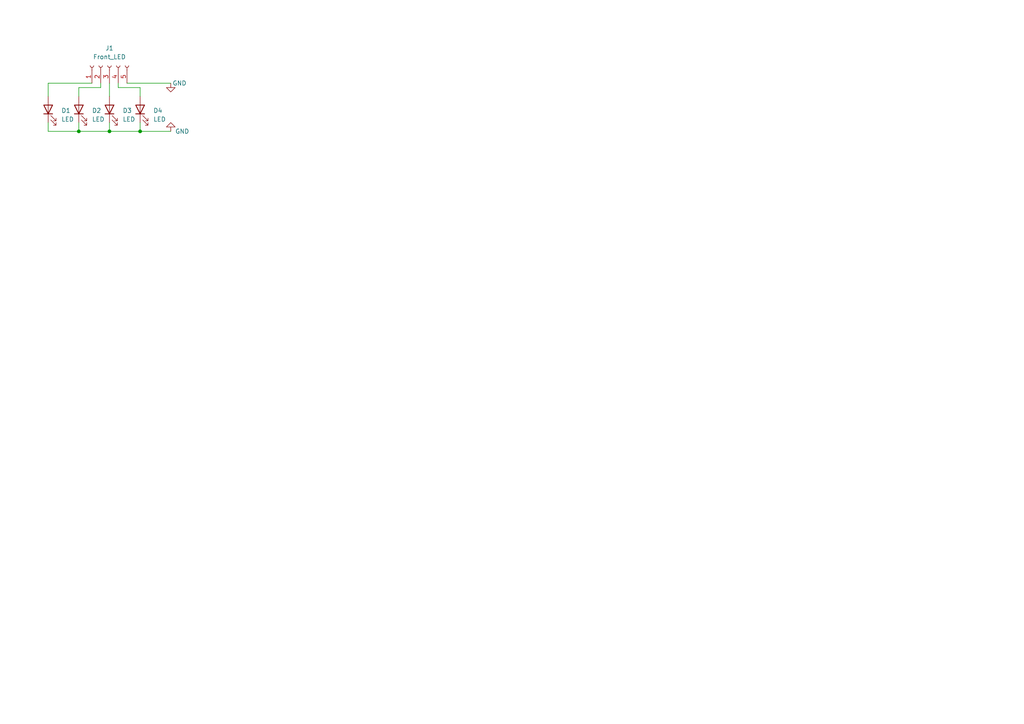
<source format=kicad_sch>
(kicad_sch (version 20211123) (generator eeschema)
  (paper "A4")
  (lib_symbols
    (symbol "Connector:Conn_01x05_Female" (pin_names (offset 1.016) hide)
      (property "Reference" "J" (at 0 7.62 0))
      (property "Value" "Conn_01x05_Female" (at 0 -7.62 0))
      (symbol "Conn_01x05_Female_1_1"
        (arc (start 0 -4.572) (mid -0.508 -5.08) (end 0 -5.588) (stroke (width 0.1524)))
        (arc (start 0 -2.032) (mid -0.508 -2.54) (end 0 -3.048) (stroke (width 0.1524)))
        (polyline (pts (xy -1.27 -5.08) (xy -0.508 -5.08)) (stroke (width 0.1524)))
        (polyline (pts (xy -1.27 -2.54) (xy -0.508 -2.54)) (stroke (width 0.1524)))
        (polyline (pts (xy -1.27 0) (xy -0.508 0)) (stroke (width 0.1524)))
        (polyline (pts (xy -1.27 2.54) (xy -0.508 2.54)) (stroke (width 0.1524)))
        (polyline (pts (xy -1.27 5.08) (xy -0.508 5.08)) (stroke (width 0.1524)))
        (arc (start 0 0.508) (mid -0.508 0) (end 0 -0.508) (stroke (width 0.1524)))
        (arc (start 0 3.048) (mid -0.508 2.54) (end 0 2.032) (stroke (width 0.1524)))
        (arc (start 0 5.588) (mid -0.508 5.08) (end 0 4.572) (stroke (width 0.1524)))
        (pin passive line (at -5.08 5.08 0) (length 3.81) (name "Pin_1") (number "1"))
        (pin passive line (at -5.08 2.54 0) (length 3.81) (name "Pin_2") (number "2"))
        (pin passive line (at -5.08 0 0) (length 3.81) (name "Pin_3") (number "3"))
        (pin passive line (at -5.08 -2.54 0) (length 3.81) (name "Pin_4") (number "4"))
        (pin passive line (at -5.08 -5.08 0) (length 3.81) (name "Pin_5") (number "5"))
      )
    )
    (symbol "Device:LED" (pin_numbers hide) (pin_names (offset 1.016) hide)
      (property "Reference" "D" (at 0 2.54 0))
      (property "Value" "LED" (at 0 -2.54 0))
      (symbol "LED_0_1"
        (polyline (pts (xy -1.27 -1.27) (xy -1.27 1.27)) (stroke (width 0.254)))
        (polyline (pts (xy -1.27 0) (xy 1.27 0)))
        (polyline (pts (xy 1.27 -1.27) (xy 1.27 1.27) (xy -1.27 0) (xy 1.27 -1.27)) (stroke (width 0.254)))
        (polyline (pts (xy -3.048 -0.762) (xy -4.572 -2.286) (xy -3.81 -2.286) (xy -4.572 -2.286) (xy -4.572 -1.524)))
        (polyline (pts (xy -1.778 -0.762) (xy -3.302 -2.286) (xy -2.54 -2.286) (xy -3.302 -2.286) (xy -3.302 -1.524)))
      )
      (symbol "LED_1_1"
        (pin passive line (at -3.81 0 0) (length 2.54) (name "K") (number "1"))
        (pin passive line (at 3.81 0 180) (length 2.54) (name "A") (number "2"))
      )
    )
    (symbol "power:GND" (power) (pin_names (offset 0))
      (property "Value" "GND" (at 0 -3.81 0))
      (symbol "GND_0_1"
        (polyline (pts (xy 0 0) (xy 0 -1.27) (xy 1.27 -1.27) (xy 0 -2.54) (xy -1.27 -1.27) (xy 0 -1.27)))
      )
      (symbol "GND_1_1"
        (pin power_in line (at 0 0 270) (length 0) hide (name "GND") (number "1"))
      )
    )
  )
  (junction (at 40.64 38.1))
  (junction (at 31.75 38.1))
  (junction (at 22.86 38.1))
  (wire (pts (xy 13.97 24.13) (xy 13.97 27.94)))
  (wire (pts (xy 22.86 38.1) (xy 13.97 38.1)))
  (wire (pts (xy 34.29 24.13) (xy 34.29 25.4)))
  (wire (pts (xy 40.64 25.4) (xy 40.64 27.94)))
  (wire (pts (xy 29.21 25.4) (xy 22.86 25.4)))
  (wire (pts (xy 22.86 35.56) (xy 22.86 38.1)))
  (wire (pts (xy 31.75 35.56) (xy 31.75 38.1)))
  (wire (pts (xy 26.67 24.13) (xy 13.97 24.13)))
  (wire (pts (xy 31.75 24.13) (xy 31.75 27.94)))
  (wire (pts (xy 29.21 24.13) (xy 29.21 25.4)))
  (wire (pts (xy 40.64 38.1) (xy 31.75 38.1)))
  (wire (pts (xy 49.53 38.1) (xy 40.64 38.1)))
  (wire (pts (xy 22.86 25.4) (xy 22.86 27.94)))
  (wire (pts (xy 34.29 25.4) (xy 40.64 25.4)))
  (wire (pts (xy 31.75 38.1) (xy 22.86 38.1)))
  (wire (pts (xy 36.83 24.13) (xy 49.53 24.13)))
  (wire (pts (xy 40.64 35.56) (xy 40.64 38.1)))
  (wire (pts (xy 13.97 38.1) (xy 13.97 35.56)))
  (symbol (lib_id "Device:LED") (at 40.64 31.75 90) (unit 1)
    (property "Reference" "D4" (at 44.45 32.0674 90) (effects (justify right)))
    (property "Value" "LED" (at 44.45 34.6074 90) (effects (justify right)))
    (property "Footprint" "Connector_PinSocket_2.54mm:PinSocket_1x02_P2.54mm_Horizontal" (effects hide))
  )
  (symbol (lib_id "Device:LED") (at 13.97 31.75 90) (unit 1)
    (property "Reference" "D1" (at 17.78 32.0674 90) (effects (justify right)))
    (property "Value" "LED" (at 17.78 34.6074 90) (effects (justify right)))
    (property "Footprint" "Connector_PinSocket_2.54mm:PinSocket_1x02_P2.54mm_Horizontal" (effects hide))
  )
  (symbol (lib_id "power:GND") (at 49.53 24.13 0) (unit 1)
    (property "Reference" "#PWR0101" (effects hide))
    (property "Value" "GND" (at 52.07 24.13 0))
  )
  (symbol (lib_id "Device:LED") (at 22.86 31.75 90) (unit 1)
    (property "Reference" "D2" (at 26.67 32.0674 90) (effects (justify right)))
    (property "Value" "LED" (at 26.67 34.6074 90) (effects (justify right)))
    (property "Footprint" "Connector_PinSocket_2.54mm:PinSocket_1x02_P2.54mm_Horizontal" (effects hide))
  )
  (symbol (lib_id "power:GND") (at 49.53 38.1 180) (unit 1)
    (property "Reference" "#PWR0102" (effects hide))
    (property "Value" "GND" (at 50.8 38.1 0) (effects (justify right)))
  )
  (symbol (lib_id "Connector:Conn_01x05_Female") (at 31.75 19.05 90) (unit 1)
    (property "Reference" "J1" (at 31.75 13.97 90))
    (property "Value" "Front_LED" (at 31.75 16.51 90))
    (property "Footprint" "Connector_PinSocket_2.54mm:PinSocket_1x05_P2.54mm_Vertical" (effects hide))
  )
  (symbol (lib_id "Device:LED") (at 31.75 31.75 90) (unit 1)
    (property "Reference" "D3" (at 35.56 32.0674 90) (effects (justify right)))
    (property "Value" "LED" (at 35.56 34.6074 90) (effects (justify right)))
    (property "Footprint" "Connector_PinSocket_2.54mm:PinSocket_1x02_P2.54mm_Horizontal" (effects hide))
  )
)
</source>
